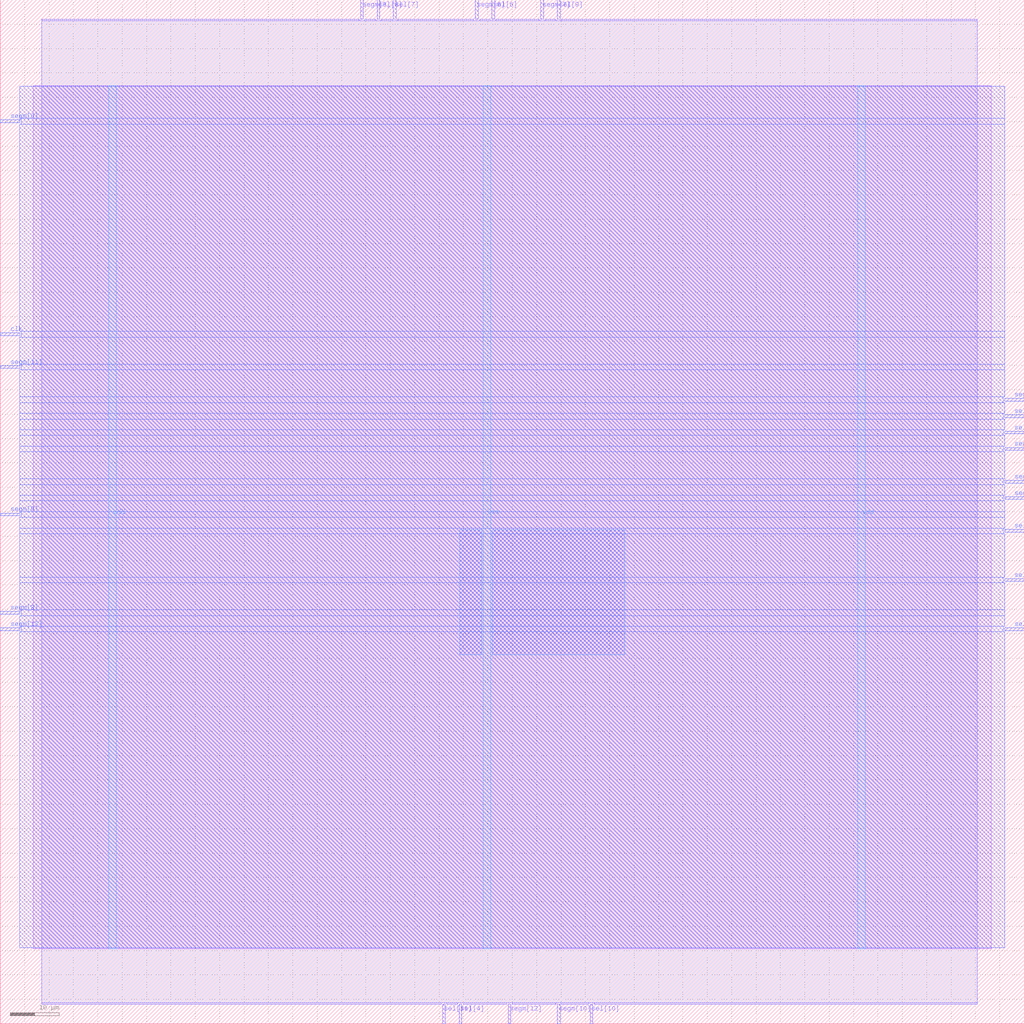
<source format=lef>
VERSION 5.7 ;
  NOWIREEXTENSIONATPIN ON ;
  DIVIDERCHAR "/" ;
  BUSBITCHARS "[]" ;
MACRO ita19
  CLASS BLOCK ;
  FOREIGN ita19 ;
  ORIGIN 0.000 0.000 ;
  SIZE 210.000 BY 210.000 ;
  PIN clk
    DIRECTION INPUT ;
    USE SIGNAL ;
    ANTENNAGATEAREA 4.738000 ;
    ANTENNADIFFAREA 0.410400 ;
    PORT
      LAYER Metal3 ;
        RECT 0.000 141.120 4.000 141.680 ;
    END
  END clk
  PIN segm[0]
    DIRECTION OUTPUT TRISTATE ;
    USE SIGNAL ;
    ANTENNADIFFAREA 0.360800 ;
    PORT
      LAYER Metal3 ;
        RECT 0.000 184.800 4.000 185.360 ;
    END
  END segm[0]
  PIN segm[10]
    DIRECTION OUTPUT TRISTATE ;
    USE SIGNAL ;
    ANTENNADIFFAREA 4.731200 ;
    PORT
      LAYER Metal2 ;
        RECT 114.240 0.000 114.800 4.000 ;
    END
  END segm[10]
  PIN segm[11]
    DIRECTION OUTPUT TRISTATE ;
    USE SIGNAL ;
    ANTENNADIFFAREA 4.731200 ;
    PORT
      LAYER Metal3 ;
        RECT 0.000 134.400 4.000 134.960 ;
    END
  END segm[11]
  PIN segm[12]
    DIRECTION OUTPUT TRISTATE ;
    USE SIGNAL ;
    ANTENNADIFFAREA 4.731200 ;
    PORT
      LAYER Metal2 ;
        RECT 104.160 0.000 104.720 4.000 ;
    END
  END segm[12]
  PIN segm[13]
    DIRECTION OUTPUT TRISTATE ;
    USE SIGNAL ;
    ANTENNADIFFAREA 4.731200 ;
    PORT
      LAYER Metal3 ;
        RECT 0.000 80.640 4.000 81.200 ;
    END
  END segm[13]
  PIN segm[1]
    DIRECTION OUTPUT TRISTATE ;
    USE SIGNAL ;
    ANTENNADIFFAREA 4.731200 ;
    PORT
      LAYER Metal3 ;
        RECT 206.000 110.880 210.000 111.440 ;
    END
  END segm[1]
  PIN segm[2]
    DIRECTION OUTPUT TRISTATE ;
    USE SIGNAL ;
    ANTENNADIFFAREA 4.731200 ;
    PORT
      LAYER Metal3 ;
        RECT 206.000 127.680 210.000 128.240 ;
    END
  END segm[2]
  PIN segm[3]
    DIRECTION OUTPUT TRISTATE ;
    USE SIGNAL ;
    ANTENNADIFFAREA 4.731200 ;
    PORT
      LAYER Metal2 ;
        RECT 73.920 206.000 74.480 210.000 ;
    END
  END segm[3]
  PIN segm[4]
    DIRECTION OUTPUT TRISTATE ;
    USE SIGNAL ;
    ANTENNADIFFAREA 4.731200 ;
    PORT
      LAYER Metal3 ;
        RECT 206.000 107.520 210.000 108.080 ;
    END
  END segm[4]
  PIN segm[5]
    DIRECTION OUTPUT TRISTATE ;
    USE SIGNAL ;
    ANTENNADIFFAREA 4.731200 ;
    PORT
      LAYER Metal3 ;
        RECT 206.000 117.600 210.000 118.160 ;
    END
  END segm[5]
  PIN segm[6]
    DIRECTION OUTPUT TRISTATE ;
    USE SIGNAL ;
    ANTENNADIFFAREA 4.731200 ;
    PORT
      LAYER Metal2 ;
        RECT 97.440 206.000 98.000 210.000 ;
    END
  END segm[6]
  PIN segm[7]
    DIRECTION OUTPUT TRISTATE ;
    USE SIGNAL ;
    ANTENNADIFFAREA 4.731200 ;
    PORT
      LAYER Metal2 ;
        RECT 110.880 206.000 111.440 210.000 ;
    END
  END segm[7]
  PIN segm[8]
    DIRECTION OUTPUT TRISTATE ;
    USE SIGNAL ;
    ANTENNADIFFAREA 4.731200 ;
    PORT
      LAYER Metal3 ;
        RECT 0.000 84.000 4.000 84.560 ;
    END
  END segm[8]
  PIN segm[9]
    DIRECTION OUTPUT TRISTATE ;
    USE SIGNAL ;
    ANTENNADIFFAREA 4.731200 ;
    PORT
      LAYER Metal3 ;
        RECT 0.000 104.160 4.000 104.720 ;
    END
  END segm[9]
  PIN sel[0]
    DIRECTION OUTPUT TRISTATE ;
    USE SIGNAL ;
    ANTENNADIFFAREA 4.731200 ;
    PORT
      LAYER Metal3 ;
        RECT 206.000 90.720 210.000 91.280 ;
    END
  END sel[0]
  PIN sel[10]
    DIRECTION OUTPUT TRISTATE ;
    USE SIGNAL ;
    ANTENNADIFFAREA 4.731200 ;
    PORT
      LAYER Metal2 ;
        RECT 120.960 0.000 121.520 4.000 ;
    END
  END sel[10]
  PIN sel[11]
    DIRECTION OUTPUT TRISTATE ;
    USE SIGNAL ;
    ANTENNADIFFAREA 4.731200 ;
    PORT
      LAYER Metal2 ;
        RECT 90.720 0.000 91.280 4.000 ;
    END
  END sel[11]
  PIN sel[1]
    DIRECTION OUTPUT TRISTATE ;
    USE SIGNAL ;
    ANTENNADIFFAREA 4.731200 ;
    PORT
      LAYER Metal3 ;
        RECT 206.000 120.960 210.000 121.520 ;
    END
  END sel[1]
  PIN sel[2]
    DIRECTION OUTPUT TRISTATE ;
    USE SIGNAL ;
    ANTENNADIFFAREA 4.731200 ;
    PORT
      LAYER Metal3 ;
        RECT 206.000 124.320 210.000 124.880 ;
    END
  END sel[2]
  PIN sel[3]
    DIRECTION OUTPUT TRISTATE ;
    USE SIGNAL ;
    ANTENNADIFFAREA 4.731200 ;
    PORT
      LAYER Metal3 ;
        RECT 206.000 80.640 210.000 81.200 ;
    END
  END sel[3]
  PIN sel[4]
    DIRECTION OUTPUT TRISTATE ;
    USE SIGNAL ;
    ANTENNADIFFAREA 4.731200 ;
    PORT
      LAYER Metal2 ;
        RECT 94.080 0.000 94.640 4.000 ;
    END
  END sel[4]
  PIN sel[5]
    DIRECTION OUTPUT TRISTATE ;
    USE SIGNAL ;
    ANTENNADIFFAREA 4.731200 ;
    PORT
      LAYER Metal3 ;
        RECT 206.000 100.800 210.000 101.360 ;
    END
  END sel[5]
  PIN sel[6]
    DIRECTION OUTPUT TRISTATE ;
    USE SIGNAL ;
    ANTENNADIFFAREA 4.731200 ;
    PORT
      LAYER Metal2 ;
        RECT 100.800 206.000 101.360 210.000 ;
    END
  END sel[6]
  PIN sel[7]
    DIRECTION OUTPUT TRISTATE ;
    USE SIGNAL ;
    ANTENNADIFFAREA 4.731200 ;
    PORT
      LAYER Metal2 ;
        RECT 80.640 206.000 81.200 210.000 ;
    END
  END sel[7]
  PIN sel[8]
    DIRECTION OUTPUT TRISTATE ;
    USE SIGNAL ;
    ANTENNADIFFAREA 4.731200 ;
    PORT
      LAYER Metal2 ;
        RECT 77.280 206.000 77.840 210.000 ;
    END
  END sel[8]
  PIN sel[9]
    DIRECTION OUTPUT TRISTATE ;
    USE SIGNAL ;
    ANTENNADIFFAREA 4.731200 ;
    PORT
      LAYER Metal2 ;
        RECT 114.240 206.000 114.800 210.000 ;
    END
  END sel[9]
  PIN vdd
    DIRECTION INOUT ;
    USE POWER ;
    PORT
      LAYER Metal4 ;
        RECT 22.240 15.380 23.840 192.380 ;
    END
    PORT
      LAYER Metal4 ;
        RECT 175.840 15.380 177.440 192.380 ;
    END
  END vdd
  PIN vss
    DIRECTION INOUT ;
    USE GROUND ;
    PORT
      LAYER Metal4 ;
        RECT 99.040 15.380 100.640 192.380 ;
    END
  END vss
  OBS
      LAYER Metal1 ;
        RECT 6.720 15.380 203.280 192.380 ;
      LAYER Metal2 ;
        RECT 8.540 205.700 73.620 206.000 ;
        RECT 74.780 205.700 76.980 206.000 ;
        RECT 78.140 205.700 80.340 206.000 ;
        RECT 81.500 205.700 97.140 206.000 ;
        RECT 98.300 205.700 100.500 206.000 ;
        RECT 101.660 205.700 110.580 206.000 ;
        RECT 111.740 205.700 113.940 206.000 ;
        RECT 115.100 205.700 200.340 206.000 ;
        RECT 8.540 4.300 200.340 205.700 ;
        RECT 8.540 4.000 90.420 4.300 ;
        RECT 91.580 4.000 93.780 4.300 ;
        RECT 94.940 4.000 103.860 4.300 ;
        RECT 105.020 4.000 113.940 4.300 ;
        RECT 115.100 4.000 120.660 4.300 ;
        RECT 121.820 4.000 200.340 4.300 ;
      LAYER Metal3 ;
        RECT 4.000 185.660 206.000 192.220 ;
        RECT 4.300 184.500 206.000 185.660 ;
        RECT 4.000 141.980 206.000 184.500 ;
        RECT 4.300 140.820 206.000 141.980 ;
        RECT 4.000 135.260 206.000 140.820 ;
        RECT 4.300 134.100 206.000 135.260 ;
        RECT 4.000 128.540 206.000 134.100 ;
        RECT 4.000 127.380 205.700 128.540 ;
        RECT 4.000 125.180 206.000 127.380 ;
        RECT 4.000 124.020 205.700 125.180 ;
        RECT 4.000 121.820 206.000 124.020 ;
        RECT 4.000 120.660 205.700 121.820 ;
        RECT 4.000 118.460 206.000 120.660 ;
        RECT 4.000 117.300 205.700 118.460 ;
        RECT 4.000 111.740 206.000 117.300 ;
        RECT 4.000 110.580 205.700 111.740 ;
        RECT 4.000 108.380 206.000 110.580 ;
        RECT 4.000 107.220 205.700 108.380 ;
        RECT 4.000 105.020 206.000 107.220 ;
        RECT 4.300 103.860 206.000 105.020 ;
        RECT 4.000 101.660 206.000 103.860 ;
        RECT 4.000 100.500 205.700 101.660 ;
        RECT 4.000 91.580 206.000 100.500 ;
        RECT 4.000 90.420 205.700 91.580 ;
        RECT 4.000 84.860 206.000 90.420 ;
        RECT 4.300 83.700 206.000 84.860 ;
        RECT 4.000 81.500 206.000 83.700 ;
        RECT 4.300 80.340 205.700 81.500 ;
        RECT 4.000 15.540 206.000 80.340 ;
      LAYER Metal4 ;
        RECT 94.220 75.690 98.740 101.270 ;
        RECT 100.940 75.690 128.100 101.270 ;
  END
END ita19
END LIBRARY


</source>
